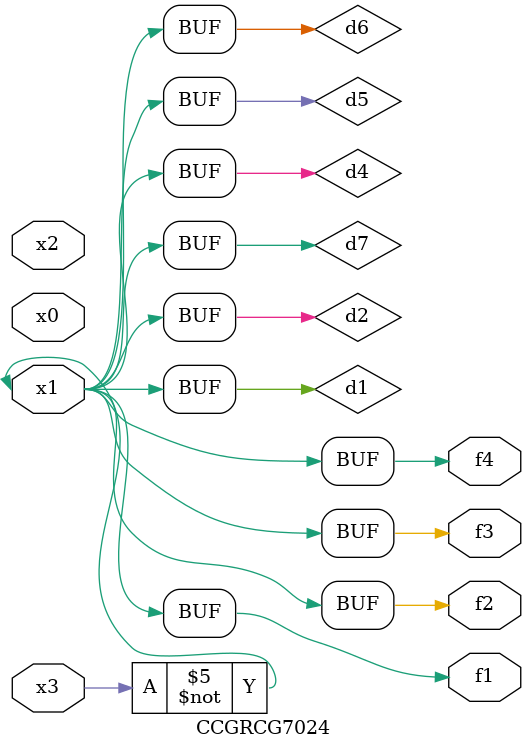
<source format=v>
module CCGRCG7024(
	input x0, x1, x2, x3,
	output f1, f2, f3, f4
);

	wire d1, d2, d3, d4, d5, d6, d7;

	not (d1, x3);
	buf (d2, x1);
	xnor (d3, d1, d2);
	nor (d4, d1);
	buf (d5, d1, d2);
	buf (d6, d4, d5);
	nand (d7, d4);
	assign f1 = d6;
	assign f2 = d7;
	assign f3 = d6;
	assign f4 = d6;
endmodule

</source>
